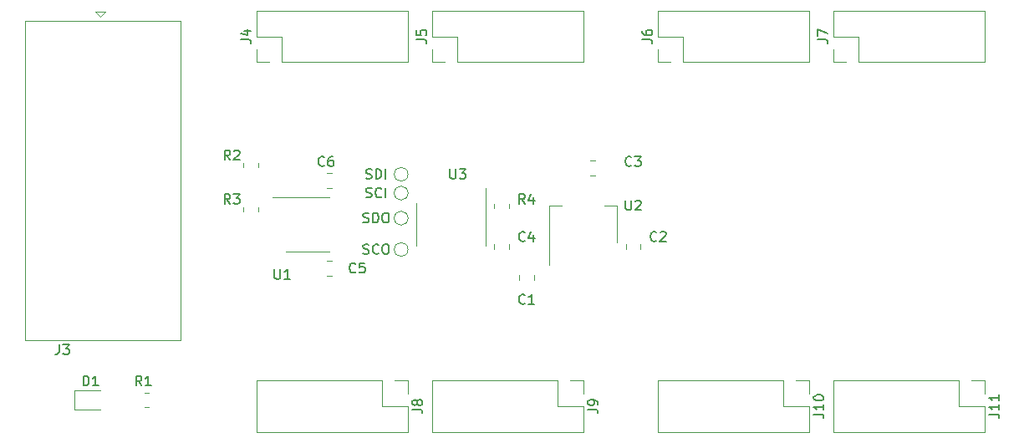
<source format=gbr>
%TF.GenerationSoftware,KiCad,Pcbnew,7.0.5*%
%TF.CreationDate,2024-02-06T06:58:08+01:00*%
%TF.ProjectId,test,74657374-2e6b-4696-9361-645f70636258,rev?*%
%TF.SameCoordinates,Original*%
%TF.FileFunction,Legend,Top*%
%TF.FilePolarity,Positive*%
%FSLAX46Y46*%
G04 Gerber Fmt 4.6, Leading zero omitted, Abs format (unit mm)*
G04 Created by KiCad (PCBNEW 7.0.5) date 2024-02-06 06:58:08*
%MOMM*%
%LPD*%
G01*
G04 APERTURE LIST*
%ADD10C,0.150000*%
%ADD11C,0.120000*%
G04 APERTURE END LIST*
D10*
%TO.C,C1*%
X143978333Y-99419580D02*
X143930714Y-99467200D01*
X143930714Y-99467200D02*
X143787857Y-99514819D01*
X143787857Y-99514819D02*
X143692619Y-99514819D01*
X143692619Y-99514819D02*
X143549762Y-99467200D01*
X143549762Y-99467200D02*
X143454524Y-99371961D01*
X143454524Y-99371961D02*
X143406905Y-99276723D01*
X143406905Y-99276723D02*
X143359286Y-99086247D01*
X143359286Y-99086247D02*
X143359286Y-98943390D01*
X143359286Y-98943390D02*
X143406905Y-98752914D01*
X143406905Y-98752914D02*
X143454524Y-98657676D01*
X143454524Y-98657676D02*
X143549762Y-98562438D01*
X143549762Y-98562438D02*
X143692619Y-98514819D01*
X143692619Y-98514819D02*
X143787857Y-98514819D01*
X143787857Y-98514819D02*
X143930714Y-98562438D01*
X143930714Y-98562438D02*
X143978333Y-98610057D01*
X144930714Y-99514819D02*
X144359286Y-99514819D01*
X144645000Y-99514819D02*
X144645000Y-98514819D01*
X144645000Y-98514819D02*
X144549762Y-98657676D01*
X144549762Y-98657676D02*
X144454524Y-98752914D01*
X144454524Y-98752914D02*
X144359286Y-98800533D01*
%TO.C,C6*%
X123658333Y-85449580D02*
X123610714Y-85497200D01*
X123610714Y-85497200D02*
X123467857Y-85544819D01*
X123467857Y-85544819D02*
X123372619Y-85544819D01*
X123372619Y-85544819D02*
X123229762Y-85497200D01*
X123229762Y-85497200D02*
X123134524Y-85401961D01*
X123134524Y-85401961D02*
X123086905Y-85306723D01*
X123086905Y-85306723D02*
X123039286Y-85116247D01*
X123039286Y-85116247D02*
X123039286Y-84973390D01*
X123039286Y-84973390D02*
X123086905Y-84782914D01*
X123086905Y-84782914D02*
X123134524Y-84687676D01*
X123134524Y-84687676D02*
X123229762Y-84592438D01*
X123229762Y-84592438D02*
X123372619Y-84544819D01*
X123372619Y-84544819D02*
X123467857Y-84544819D01*
X123467857Y-84544819D02*
X123610714Y-84592438D01*
X123610714Y-84592438D02*
X123658333Y-84640057D01*
X124515476Y-84544819D02*
X124325000Y-84544819D01*
X124325000Y-84544819D02*
X124229762Y-84592438D01*
X124229762Y-84592438D02*
X124182143Y-84640057D01*
X124182143Y-84640057D02*
X124086905Y-84782914D01*
X124086905Y-84782914D02*
X124039286Y-84973390D01*
X124039286Y-84973390D02*
X124039286Y-85354342D01*
X124039286Y-85354342D02*
X124086905Y-85449580D01*
X124086905Y-85449580D02*
X124134524Y-85497200D01*
X124134524Y-85497200D02*
X124229762Y-85544819D01*
X124229762Y-85544819D02*
X124420238Y-85544819D01*
X124420238Y-85544819D02*
X124515476Y-85497200D01*
X124515476Y-85497200D02*
X124563095Y-85449580D01*
X124563095Y-85449580D02*
X124610714Y-85354342D01*
X124610714Y-85354342D02*
X124610714Y-85116247D01*
X124610714Y-85116247D02*
X124563095Y-85021009D01*
X124563095Y-85021009D02*
X124515476Y-84973390D01*
X124515476Y-84973390D02*
X124420238Y-84925771D01*
X124420238Y-84925771D02*
X124229762Y-84925771D01*
X124229762Y-84925771D02*
X124134524Y-84973390D01*
X124134524Y-84973390D02*
X124086905Y-85021009D01*
X124086905Y-85021009D02*
X124039286Y-85116247D01*
%TO.C,J11*%
X191014819Y-110659523D02*
X191729104Y-110659523D01*
X191729104Y-110659523D02*
X191871961Y-110707142D01*
X191871961Y-110707142D02*
X191967200Y-110802380D01*
X191967200Y-110802380D02*
X192014819Y-110945237D01*
X192014819Y-110945237D02*
X192014819Y-111040475D01*
X192014819Y-109659523D02*
X192014819Y-110230951D01*
X192014819Y-109945237D02*
X191014819Y-109945237D01*
X191014819Y-109945237D02*
X191157676Y-110040475D01*
X191157676Y-110040475D02*
X191252914Y-110135713D01*
X191252914Y-110135713D02*
X191300533Y-110230951D01*
X192014819Y-108707142D02*
X192014819Y-109278570D01*
X192014819Y-108992856D02*
X191014819Y-108992856D01*
X191014819Y-108992856D02*
X191157676Y-109088094D01*
X191157676Y-109088094D02*
X191252914Y-109183332D01*
X191252914Y-109183332D02*
X191300533Y-109278570D01*
%TO.C,SCI*%
X127881191Y-88672200D02*
X128024048Y-88719819D01*
X128024048Y-88719819D02*
X128262143Y-88719819D01*
X128262143Y-88719819D02*
X128357381Y-88672200D01*
X128357381Y-88672200D02*
X128405000Y-88624580D01*
X128405000Y-88624580D02*
X128452619Y-88529342D01*
X128452619Y-88529342D02*
X128452619Y-88434104D01*
X128452619Y-88434104D02*
X128405000Y-88338866D01*
X128405000Y-88338866D02*
X128357381Y-88291247D01*
X128357381Y-88291247D02*
X128262143Y-88243628D01*
X128262143Y-88243628D02*
X128071667Y-88196009D01*
X128071667Y-88196009D02*
X127976429Y-88148390D01*
X127976429Y-88148390D02*
X127928810Y-88100771D01*
X127928810Y-88100771D02*
X127881191Y-88005533D01*
X127881191Y-88005533D02*
X127881191Y-87910295D01*
X127881191Y-87910295D02*
X127928810Y-87815057D01*
X127928810Y-87815057D02*
X127976429Y-87767438D01*
X127976429Y-87767438D02*
X128071667Y-87719819D01*
X128071667Y-87719819D02*
X128309762Y-87719819D01*
X128309762Y-87719819D02*
X128452619Y-87767438D01*
X129452619Y-88624580D02*
X129405000Y-88672200D01*
X129405000Y-88672200D02*
X129262143Y-88719819D01*
X129262143Y-88719819D02*
X129166905Y-88719819D01*
X129166905Y-88719819D02*
X129024048Y-88672200D01*
X129024048Y-88672200D02*
X128928810Y-88576961D01*
X128928810Y-88576961D02*
X128881191Y-88481723D01*
X128881191Y-88481723D02*
X128833572Y-88291247D01*
X128833572Y-88291247D02*
X128833572Y-88148390D01*
X128833572Y-88148390D02*
X128881191Y-87957914D01*
X128881191Y-87957914D02*
X128928810Y-87862676D01*
X128928810Y-87862676D02*
X129024048Y-87767438D01*
X129024048Y-87767438D02*
X129166905Y-87719819D01*
X129166905Y-87719819D02*
X129262143Y-87719819D01*
X129262143Y-87719819D02*
X129405000Y-87767438D01*
X129405000Y-87767438D02*
X129452619Y-87815057D01*
X129881191Y-88719819D02*
X129881191Y-87719819D01*
%TO.C,D1*%
X99259405Y-107769819D02*
X99259405Y-106769819D01*
X99259405Y-106769819D02*
X99497500Y-106769819D01*
X99497500Y-106769819D02*
X99640357Y-106817438D01*
X99640357Y-106817438D02*
X99735595Y-106912676D01*
X99735595Y-106912676D02*
X99783214Y-107007914D01*
X99783214Y-107007914D02*
X99830833Y-107198390D01*
X99830833Y-107198390D02*
X99830833Y-107341247D01*
X99830833Y-107341247D02*
X99783214Y-107531723D01*
X99783214Y-107531723D02*
X99735595Y-107626961D01*
X99735595Y-107626961D02*
X99640357Y-107722200D01*
X99640357Y-107722200D02*
X99497500Y-107769819D01*
X99497500Y-107769819D02*
X99259405Y-107769819D01*
X100783214Y-107769819D02*
X100211786Y-107769819D01*
X100497500Y-107769819D02*
X100497500Y-106769819D01*
X100497500Y-106769819D02*
X100402262Y-106912676D01*
X100402262Y-106912676D02*
X100307024Y-107007914D01*
X100307024Y-107007914D02*
X100211786Y-107055533D01*
%TO.C,J5*%
X133014819Y-72728333D02*
X133729104Y-72728333D01*
X133729104Y-72728333D02*
X133871961Y-72775952D01*
X133871961Y-72775952D02*
X133967200Y-72871190D01*
X133967200Y-72871190D02*
X134014819Y-73014047D01*
X134014819Y-73014047D02*
X134014819Y-73109285D01*
X133014819Y-71775952D02*
X133014819Y-72252142D01*
X133014819Y-72252142D02*
X133491009Y-72299761D01*
X133491009Y-72299761D02*
X133443390Y-72252142D01*
X133443390Y-72252142D02*
X133395771Y-72156904D01*
X133395771Y-72156904D02*
X133395771Y-71918809D01*
X133395771Y-71918809D02*
X133443390Y-71823571D01*
X133443390Y-71823571D02*
X133491009Y-71775952D01*
X133491009Y-71775952D02*
X133586247Y-71728333D01*
X133586247Y-71728333D02*
X133824342Y-71728333D01*
X133824342Y-71728333D02*
X133919580Y-71775952D01*
X133919580Y-71775952D02*
X133967200Y-71823571D01*
X133967200Y-71823571D02*
X134014819Y-71918809D01*
X134014819Y-71918809D02*
X134014819Y-72156904D01*
X134014819Y-72156904D02*
X133967200Y-72252142D01*
X133967200Y-72252142D02*
X133919580Y-72299761D01*
%TO.C,J7*%
X173654819Y-72728333D02*
X174369104Y-72728333D01*
X174369104Y-72728333D02*
X174511961Y-72775952D01*
X174511961Y-72775952D02*
X174607200Y-72871190D01*
X174607200Y-72871190D02*
X174654819Y-73014047D01*
X174654819Y-73014047D02*
X174654819Y-73109285D01*
X173654819Y-72347380D02*
X173654819Y-71680714D01*
X173654819Y-71680714D02*
X174654819Y-72109285D01*
%TO.C,J3*%
X96821666Y-103594819D02*
X96821666Y-104309104D01*
X96821666Y-104309104D02*
X96774047Y-104451961D01*
X96774047Y-104451961D02*
X96678809Y-104547200D01*
X96678809Y-104547200D02*
X96535952Y-104594819D01*
X96535952Y-104594819D02*
X96440714Y-104594819D01*
X97202619Y-103594819D02*
X97821666Y-103594819D01*
X97821666Y-103594819D02*
X97488333Y-103975771D01*
X97488333Y-103975771D02*
X97631190Y-103975771D01*
X97631190Y-103975771D02*
X97726428Y-104023390D01*
X97726428Y-104023390D02*
X97774047Y-104071009D01*
X97774047Y-104071009D02*
X97821666Y-104166247D01*
X97821666Y-104166247D02*
X97821666Y-104404342D01*
X97821666Y-104404342D02*
X97774047Y-104499580D01*
X97774047Y-104499580D02*
X97726428Y-104547200D01*
X97726428Y-104547200D02*
X97631190Y-104594819D01*
X97631190Y-104594819D02*
X97345476Y-104594819D01*
X97345476Y-104594819D02*
X97250238Y-104547200D01*
X97250238Y-104547200D02*
X97202619Y-104499580D01*
%TO.C,R2*%
X114133333Y-84909819D02*
X113800000Y-84433628D01*
X113561905Y-84909819D02*
X113561905Y-83909819D01*
X113561905Y-83909819D02*
X113942857Y-83909819D01*
X113942857Y-83909819D02*
X114038095Y-83957438D01*
X114038095Y-83957438D02*
X114085714Y-84005057D01*
X114085714Y-84005057D02*
X114133333Y-84100295D01*
X114133333Y-84100295D02*
X114133333Y-84243152D01*
X114133333Y-84243152D02*
X114085714Y-84338390D01*
X114085714Y-84338390D02*
X114038095Y-84386009D01*
X114038095Y-84386009D02*
X113942857Y-84433628D01*
X113942857Y-84433628D02*
X113561905Y-84433628D01*
X114514286Y-84005057D02*
X114561905Y-83957438D01*
X114561905Y-83957438D02*
X114657143Y-83909819D01*
X114657143Y-83909819D02*
X114895238Y-83909819D01*
X114895238Y-83909819D02*
X114990476Y-83957438D01*
X114990476Y-83957438D02*
X115038095Y-84005057D01*
X115038095Y-84005057D02*
X115085714Y-84100295D01*
X115085714Y-84100295D02*
X115085714Y-84195533D01*
X115085714Y-84195533D02*
X115038095Y-84338390D01*
X115038095Y-84338390D02*
X114466667Y-84909819D01*
X114466667Y-84909819D02*
X115085714Y-84909819D01*
%TO.C,J6*%
X155874819Y-72728333D02*
X156589104Y-72728333D01*
X156589104Y-72728333D02*
X156731961Y-72775952D01*
X156731961Y-72775952D02*
X156827200Y-72871190D01*
X156827200Y-72871190D02*
X156874819Y-73014047D01*
X156874819Y-73014047D02*
X156874819Y-73109285D01*
X155874819Y-71823571D02*
X155874819Y-72014047D01*
X155874819Y-72014047D02*
X155922438Y-72109285D01*
X155922438Y-72109285D02*
X155970057Y-72156904D01*
X155970057Y-72156904D02*
X156112914Y-72252142D01*
X156112914Y-72252142D02*
X156303390Y-72299761D01*
X156303390Y-72299761D02*
X156684342Y-72299761D01*
X156684342Y-72299761D02*
X156779580Y-72252142D01*
X156779580Y-72252142D02*
X156827200Y-72204523D01*
X156827200Y-72204523D02*
X156874819Y-72109285D01*
X156874819Y-72109285D02*
X156874819Y-71918809D01*
X156874819Y-71918809D02*
X156827200Y-71823571D01*
X156827200Y-71823571D02*
X156779580Y-71775952D01*
X156779580Y-71775952D02*
X156684342Y-71728333D01*
X156684342Y-71728333D02*
X156446247Y-71728333D01*
X156446247Y-71728333D02*
X156351009Y-71775952D01*
X156351009Y-71775952D02*
X156303390Y-71823571D01*
X156303390Y-71823571D02*
X156255771Y-71918809D01*
X156255771Y-71918809D02*
X156255771Y-72109285D01*
X156255771Y-72109285D02*
X156303390Y-72204523D01*
X156303390Y-72204523D02*
X156351009Y-72252142D01*
X156351009Y-72252142D02*
X156446247Y-72299761D01*
%TO.C,J4*%
X115234819Y-72728333D02*
X115949104Y-72728333D01*
X115949104Y-72728333D02*
X116091961Y-72775952D01*
X116091961Y-72775952D02*
X116187200Y-72871190D01*
X116187200Y-72871190D02*
X116234819Y-73014047D01*
X116234819Y-73014047D02*
X116234819Y-73109285D01*
X115568152Y-71823571D02*
X116234819Y-71823571D01*
X115187200Y-72061666D02*
X115901485Y-72299761D01*
X115901485Y-72299761D02*
X115901485Y-71680714D01*
%TO.C,C2*%
X157313333Y-93069580D02*
X157265714Y-93117200D01*
X157265714Y-93117200D02*
X157122857Y-93164819D01*
X157122857Y-93164819D02*
X157027619Y-93164819D01*
X157027619Y-93164819D02*
X156884762Y-93117200D01*
X156884762Y-93117200D02*
X156789524Y-93021961D01*
X156789524Y-93021961D02*
X156741905Y-92926723D01*
X156741905Y-92926723D02*
X156694286Y-92736247D01*
X156694286Y-92736247D02*
X156694286Y-92593390D01*
X156694286Y-92593390D02*
X156741905Y-92402914D01*
X156741905Y-92402914D02*
X156789524Y-92307676D01*
X156789524Y-92307676D02*
X156884762Y-92212438D01*
X156884762Y-92212438D02*
X157027619Y-92164819D01*
X157027619Y-92164819D02*
X157122857Y-92164819D01*
X157122857Y-92164819D02*
X157265714Y-92212438D01*
X157265714Y-92212438D02*
X157313333Y-92260057D01*
X157694286Y-92260057D02*
X157741905Y-92212438D01*
X157741905Y-92212438D02*
X157837143Y-92164819D01*
X157837143Y-92164819D02*
X158075238Y-92164819D01*
X158075238Y-92164819D02*
X158170476Y-92212438D01*
X158170476Y-92212438D02*
X158218095Y-92260057D01*
X158218095Y-92260057D02*
X158265714Y-92355295D01*
X158265714Y-92355295D02*
X158265714Y-92450533D01*
X158265714Y-92450533D02*
X158218095Y-92593390D01*
X158218095Y-92593390D02*
X157646667Y-93164819D01*
X157646667Y-93164819D02*
X158265714Y-93164819D01*
%TO.C,R3*%
X114133333Y-89354819D02*
X113800000Y-88878628D01*
X113561905Y-89354819D02*
X113561905Y-88354819D01*
X113561905Y-88354819D02*
X113942857Y-88354819D01*
X113942857Y-88354819D02*
X114038095Y-88402438D01*
X114038095Y-88402438D02*
X114085714Y-88450057D01*
X114085714Y-88450057D02*
X114133333Y-88545295D01*
X114133333Y-88545295D02*
X114133333Y-88688152D01*
X114133333Y-88688152D02*
X114085714Y-88783390D01*
X114085714Y-88783390D02*
X114038095Y-88831009D01*
X114038095Y-88831009D02*
X113942857Y-88878628D01*
X113942857Y-88878628D02*
X113561905Y-88878628D01*
X114466667Y-88354819D02*
X115085714Y-88354819D01*
X115085714Y-88354819D02*
X114752381Y-88735771D01*
X114752381Y-88735771D02*
X114895238Y-88735771D01*
X114895238Y-88735771D02*
X114990476Y-88783390D01*
X114990476Y-88783390D02*
X115038095Y-88831009D01*
X115038095Y-88831009D02*
X115085714Y-88926247D01*
X115085714Y-88926247D02*
X115085714Y-89164342D01*
X115085714Y-89164342D02*
X115038095Y-89259580D01*
X115038095Y-89259580D02*
X114990476Y-89307200D01*
X114990476Y-89307200D02*
X114895238Y-89354819D01*
X114895238Y-89354819D02*
X114609524Y-89354819D01*
X114609524Y-89354819D02*
X114514286Y-89307200D01*
X114514286Y-89307200D02*
X114466667Y-89259580D01*
%TO.C,J8*%
X132594819Y-110183333D02*
X133309104Y-110183333D01*
X133309104Y-110183333D02*
X133451961Y-110230952D01*
X133451961Y-110230952D02*
X133547200Y-110326190D01*
X133547200Y-110326190D02*
X133594819Y-110469047D01*
X133594819Y-110469047D02*
X133594819Y-110564285D01*
X133023390Y-109564285D02*
X132975771Y-109659523D01*
X132975771Y-109659523D02*
X132928152Y-109707142D01*
X132928152Y-109707142D02*
X132832914Y-109754761D01*
X132832914Y-109754761D02*
X132785295Y-109754761D01*
X132785295Y-109754761D02*
X132690057Y-109707142D01*
X132690057Y-109707142D02*
X132642438Y-109659523D01*
X132642438Y-109659523D02*
X132594819Y-109564285D01*
X132594819Y-109564285D02*
X132594819Y-109373809D01*
X132594819Y-109373809D02*
X132642438Y-109278571D01*
X132642438Y-109278571D02*
X132690057Y-109230952D01*
X132690057Y-109230952D02*
X132785295Y-109183333D01*
X132785295Y-109183333D02*
X132832914Y-109183333D01*
X132832914Y-109183333D02*
X132928152Y-109230952D01*
X132928152Y-109230952D02*
X132975771Y-109278571D01*
X132975771Y-109278571D02*
X133023390Y-109373809D01*
X133023390Y-109373809D02*
X133023390Y-109564285D01*
X133023390Y-109564285D02*
X133071009Y-109659523D01*
X133071009Y-109659523D02*
X133118628Y-109707142D01*
X133118628Y-109707142D02*
X133213866Y-109754761D01*
X133213866Y-109754761D02*
X133404342Y-109754761D01*
X133404342Y-109754761D02*
X133499580Y-109707142D01*
X133499580Y-109707142D02*
X133547200Y-109659523D01*
X133547200Y-109659523D02*
X133594819Y-109564285D01*
X133594819Y-109564285D02*
X133594819Y-109373809D01*
X133594819Y-109373809D02*
X133547200Y-109278571D01*
X133547200Y-109278571D02*
X133499580Y-109230952D01*
X133499580Y-109230952D02*
X133404342Y-109183333D01*
X133404342Y-109183333D02*
X133213866Y-109183333D01*
X133213866Y-109183333D02*
X133118628Y-109230952D01*
X133118628Y-109230952D02*
X133071009Y-109278571D01*
X133071009Y-109278571D02*
X133023390Y-109373809D01*
%TO.C,J10*%
X173234819Y-110659523D02*
X173949104Y-110659523D01*
X173949104Y-110659523D02*
X174091961Y-110707142D01*
X174091961Y-110707142D02*
X174187200Y-110802380D01*
X174187200Y-110802380D02*
X174234819Y-110945237D01*
X174234819Y-110945237D02*
X174234819Y-111040475D01*
X174234819Y-109659523D02*
X174234819Y-110230951D01*
X174234819Y-109945237D02*
X173234819Y-109945237D01*
X173234819Y-109945237D02*
X173377676Y-110040475D01*
X173377676Y-110040475D02*
X173472914Y-110135713D01*
X173472914Y-110135713D02*
X173520533Y-110230951D01*
X173234819Y-109040475D02*
X173234819Y-108945237D01*
X173234819Y-108945237D02*
X173282438Y-108849999D01*
X173282438Y-108849999D02*
X173330057Y-108802380D01*
X173330057Y-108802380D02*
X173425295Y-108754761D01*
X173425295Y-108754761D02*
X173615771Y-108707142D01*
X173615771Y-108707142D02*
X173853866Y-108707142D01*
X173853866Y-108707142D02*
X174044342Y-108754761D01*
X174044342Y-108754761D02*
X174139580Y-108802380D01*
X174139580Y-108802380D02*
X174187200Y-108849999D01*
X174187200Y-108849999D02*
X174234819Y-108945237D01*
X174234819Y-108945237D02*
X174234819Y-109040475D01*
X174234819Y-109040475D02*
X174187200Y-109135713D01*
X174187200Y-109135713D02*
X174139580Y-109183332D01*
X174139580Y-109183332D02*
X174044342Y-109230951D01*
X174044342Y-109230951D02*
X173853866Y-109278570D01*
X173853866Y-109278570D02*
X173615771Y-109278570D01*
X173615771Y-109278570D02*
X173425295Y-109230951D01*
X173425295Y-109230951D02*
X173330057Y-109183332D01*
X173330057Y-109183332D02*
X173282438Y-109135713D01*
X173282438Y-109135713D02*
X173234819Y-109040475D01*
%TO.C,C3*%
X154773333Y-85449580D02*
X154725714Y-85497200D01*
X154725714Y-85497200D02*
X154582857Y-85544819D01*
X154582857Y-85544819D02*
X154487619Y-85544819D01*
X154487619Y-85544819D02*
X154344762Y-85497200D01*
X154344762Y-85497200D02*
X154249524Y-85401961D01*
X154249524Y-85401961D02*
X154201905Y-85306723D01*
X154201905Y-85306723D02*
X154154286Y-85116247D01*
X154154286Y-85116247D02*
X154154286Y-84973390D01*
X154154286Y-84973390D02*
X154201905Y-84782914D01*
X154201905Y-84782914D02*
X154249524Y-84687676D01*
X154249524Y-84687676D02*
X154344762Y-84592438D01*
X154344762Y-84592438D02*
X154487619Y-84544819D01*
X154487619Y-84544819D02*
X154582857Y-84544819D01*
X154582857Y-84544819D02*
X154725714Y-84592438D01*
X154725714Y-84592438D02*
X154773333Y-84640057D01*
X155106667Y-84544819D02*
X155725714Y-84544819D01*
X155725714Y-84544819D02*
X155392381Y-84925771D01*
X155392381Y-84925771D02*
X155535238Y-84925771D01*
X155535238Y-84925771D02*
X155630476Y-84973390D01*
X155630476Y-84973390D02*
X155678095Y-85021009D01*
X155678095Y-85021009D02*
X155725714Y-85116247D01*
X155725714Y-85116247D02*
X155725714Y-85354342D01*
X155725714Y-85354342D02*
X155678095Y-85449580D01*
X155678095Y-85449580D02*
X155630476Y-85497200D01*
X155630476Y-85497200D02*
X155535238Y-85544819D01*
X155535238Y-85544819D02*
X155249524Y-85544819D01*
X155249524Y-85544819D02*
X155154286Y-85497200D01*
X155154286Y-85497200D02*
X155106667Y-85449580D01*
%TO.C,R4*%
X143978333Y-89354819D02*
X143645000Y-88878628D01*
X143406905Y-89354819D02*
X143406905Y-88354819D01*
X143406905Y-88354819D02*
X143787857Y-88354819D01*
X143787857Y-88354819D02*
X143883095Y-88402438D01*
X143883095Y-88402438D02*
X143930714Y-88450057D01*
X143930714Y-88450057D02*
X143978333Y-88545295D01*
X143978333Y-88545295D02*
X143978333Y-88688152D01*
X143978333Y-88688152D02*
X143930714Y-88783390D01*
X143930714Y-88783390D02*
X143883095Y-88831009D01*
X143883095Y-88831009D02*
X143787857Y-88878628D01*
X143787857Y-88878628D02*
X143406905Y-88878628D01*
X144835476Y-88688152D02*
X144835476Y-89354819D01*
X144597381Y-88307200D02*
X144359286Y-89021485D01*
X144359286Y-89021485D02*
X144978333Y-89021485D01*
%TO.C,SDI*%
X127881191Y-86767200D02*
X128024048Y-86814819D01*
X128024048Y-86814819D02*
X128262143Y-86814819D01*
X128262143Y-86814819D02*
X128357381Y-86767200D01*
X128357381Y-86767200D02*
X128405000Y-86719580D01*
X128405000Y-86719580D02*
X128452619Y-86624342D01*
X128452619Y-86624342D02*
X128452619Y-86529104D01*
X128452619Y-86529104D02*
X128405000Y-86433866D01*
X128405000Y-86433866D02*
X128357381Y-86386247D01*
X128357381Y-86386247D02*
X128262143Y-86338628D01*
X128262143Y-86338628D02*
X128071667Y-86291009D01*
X128071667Y-86291009D02*
X127976429Y-86243390D01*
X127976429Y-86243390D02*
X127928810Y-86195771D01*
X127928810Y-86195771D02*
X127881191Y-86100533D01*
X127881191Y-86100533D02*
X127881191Y-86005295D01*
X127881191Y-86005295D02*
X127928810Y-85910057D01*
X127928810Y-85910057D02*
X127976429Y-85862438D01*
X127976429Y-85862438D02*
X128071667Y-85814819D01*
X128071667Y-85814819D02*
X128309762Y-85814819D01*
X128309762Y-85814819D02*
X128452619Y-85862438D01*
X128881191Y-86814819D02*
X128881191Y-85814819D01*
X128881191Y-85814819D02*
X129119286Y-85814819D01*
X129119286Y-85814819D02*
X129262143Y-85862438D01*
X129262143Y-85862438D02*
X129357381Y-85957676D01*
X129357381Y-85957676D02*
X129405000Y-86052914D01*
X129405000Y-86052914D02*
X129452619Y-86243390D01*
X129452619Y-86243390D02*
X129452619Y-86386247D01*
X129452619Y-86386247D02*
X129405000Y-86576723D01*
X129405000Y-86576723D02*
X129357381Y-86671961D01*
X129357381Y-86671961D02*
X129262143Y-86767200D01*
X129262143Y-86767200D02*
X129119286Y-86814819D01*
X129119286Y-86814819D02*
X128881191Y-86814819D01*
X129881191Y-86814819D02*
X129881191Y-85814819D01*
%TO.C,U3*%
X136398095Y-85814819D02*
X136398095Y-86624342D01*
X136398095Y-86624342D02*
X136445714Y-86719580D01*
X136445714Y-86719580D02*
X136493333Y-86767200D01*
X136493333Y-86767200D02*
X136588571Y-86814819D01*
X136588571Y-86814819D02*
X136779047Y-86814819D01*
X136779047Y-86814819D02*
X136874285Y-86767200D01*
X136874285Y-86767200D02*
X136921904Y-86719580D01*
X136921904Y-86719580D02*
X136969523Y-86624342D01*
X136969523Y-86624342D02*
X136969523Y-85814819D01*
X137350476Y-85814819D02*
X137969523Y-85814819D01*
X137969523Y-85814819D02*
X137636190Y-86195771D01*
X137636190Y-86195771D02*
X137779047Y-86195771D01*
X137779047Y-86195771D02*
X137874285Y-86243390D01*
X137874285Y-86243390D02*
X137921904Y-86291009D01*
X137921904Y-86291009D02*
X137969523Y-86386247D01*
X137969523Y-86386247D02*
X137969523Y-86624342D01*
X137969523Y-86624342D02*
X137921904Y-86719580D01*
X137921904Y-86719580D02*
X137874285Y-86767200D01*
X137874285Y-86767200D02*
X137779047Y-86814819D01*
X137779047Y-86814819D02*
X137493333Y-86814819D01*
X137493333Y-86814819D02*
X137398095Y-86767200D01*
X137398095Y-86767200D02*
X137350476Y-86719580D01*
%TO.C,C4*%
X143978333Y-93069580D02*
X143930714Y-93117200D01*
X143930714Y-93117200D02*
X143787857Y-93164819D01*
X143787857Y-93164819D02*
X143692619Y-93164819D01*
X143692619Y-93164819D02*
X143549762Y-93117200D01*
X143549762Y-93117200D02*
X143454524Y-93021961D01*
X143454524Y-93021961D02*
X143406905Y-92926723D01*
X143406905Y-92926723D02*
X143359286Y-92736247D01*
X143359286Y-92736247D02*
X143359286Y-92593390D01*
X143359286Y-92593390D02*
X143406905Y-92402914D01*
X143406905Y-92402914D02*
X143454524Y-92307676D01*
X143454524Y-92307676D02*
X143549762Y-92212438D01*
X143549762Y-92212438D02*
X143692619Y-92164819D01*
X143692619Y-92164819D02*
X143787857Y-92164819D01*
X143787857Y-92164819D02*
X143930714Y-92212438D01*
X143930714Y-92212438D02*
X143978333Y-92260057D01*
X144835476Y-92498152D02*
X144835476Y-93164819D01*
X144597381Y-92117200D02*
X144359286Y-92831485D01*
X144359286Y-92831485D02*
X144978333Y-92831485D01*
%TO.C,SCO*%
X127595476Y-94387200D02*
X127738333Y-94434819D01*
X127738333Y-94434819D02*
X127976428Y-94434819D01*
X127976428Y-94434819D02*
X128071666Y-94387200D01*
X128071666Y-94387200D02*
X128119285Y-94339580D01*
X128119285Y-94339580D02*
X128166904Y-94244342D01*
X128166904Y-94244342D02*
X128166904Y-94149104D01*
X128166904Y-94149104D02*
X128119285Y-94053866D01*
X128119285Y-94053866D02*
X128071666Y-94006247D01*
X128071666Y-94006247D02*
X127976428Y-93958628D01*
X127976428Y-93958628D02*
X127785952Y-93911009D01*
X127785952Y-93911009D02*
X127690714Y-93863390D01*
X127690714Y-93863390D02*
X127643095Y-93815771D01*
X127643095Y-93815771D02*
X127595476Y-93720533D01*
X127595476Y-93720533D02*
X127595476Y-93625295D01*
X127595476Y-93625295D02*
X127643095Y-93530057D01*
X127643095Y-93530057D02*
X127690714Y-93482438D01*
X127690714Y-93482438D02*
X127785952Y-93434819D01*
X127785952Y-93434819D02*
X128024047Y-93434819D01*
X128024047Y-93434819D02*
X128166904Y-93482438D01*
X129166904Y-94339580D02*
X129119285Y-94387200D01*
X129119285Y-94387200D02*
X128976428Y-94434819D01*
X128976428Y-94434819D02*
X128881190Y-94434819D01*
X128881190Y-94434819D02*
X128738333Y-94387200D01*
X128738333Y-94387200D02*
X128643095Y-94291961D01*
X128643095Y-94291961D02*
X128595476Y-94196723D01*
X128595476Y-94196723D02*
X128547857Y-94006247D01*
X128547857Y-94006247D02*
X128547857Y-93863390D01*
X128547857Y-93863390D02*
X128595476Y-93672914D01*
X128595476Y-93672914D02*
X128643095Y-93577676D01*
X128643095Y-93577676D02*
X128738333Y-93482438D01*
X128738333Y-93482438D02*
X128881190Y-93434819D01*
X128881190Y-93434819D02*
X128976428Y-93434819D01*
X128976428Y-93434819D02*
X129119285Y-93482438D01*
X129119285Y-93482438D02*
X129166904Y-93530057D01*
X129785952Y-93434819D02*
X129976428Y-93434819D01*
X129976428Y-93434819D02*
X130071666Y-93482438D01*
X130071666Y-93482438D02*
X130166904Y-93577676D01*
X130166904Y-93577676D02*
X130214523Y-93768152D01*
X130214523Y-93768152D02*
X130214523Y-94101485D01*
X130214523Y-94101485D02*
X130166904Y-94291961D01*
X130166904Y-94291961D02*
X130071666Y-94387200D01*
X130071666Y-94387200D02*
X129976428Y-94434819D01*
X129976428Y-94434819D02*
X129785952Y-94434819D01*
X129785952Y-94434819D02*
X129690714Y-94387200D01*
X129690714Y-94387200D02*
X129595476Y-94291961D01*
X129595476Y-94291961D02*
X129547857Y-94101485D01*
X129547857Y-94101485D02*
X129547857Y-93768152D01*
X129547857Y-93768152D02*
X129595476Y-93577676D01*
X129595476Y-93577676D02*
X129690714Y-93482438D01*
X129690714Y-93482438D02*
X129785952Y-93434819D01*
%TO.C,SDO*%
X127595476Y-91212200D02*
X127738333Y-91259819D01*
X127738333Y-91259819D02*
X127976428Y-91259819D01*
X127976428Y-91259819D02*
X128071666Y-91212200D01*
X128071666Y-91212200D02*
X128119285Y-91164580D01*
X128119285Y-91164580D02*
X128166904Y-91069342D01*
X128166904Y-91069342D02*
X128166904Y-90974104D01*
X128166904Y-90974104D02*
X128119285Y-90878866D01*
X128119285Y-90878866D02*
X128071666Y-90831247D01*
X128071666Y-90831247D02*
X127976428Y-90783628D01*
X127976428Y-90783628D02*
X127785952Y-90736009D01*
X127785952Y-90736009D02*
X127690714Y-90688390D01*
X127690714Y-90688390D02*
X127643095Y-90640771D01*
X127643095Y-90640771D02*
X127595476Y-90545533D01*
X127595476Y-90545533D02*
X127595476Y-90450295D01*
X127595476Y-90450295D02*
X127643095Y-90355057D01*
X127643095Y-90355057D02*
X127690714Y-90307438D01*
X127690714Y-90307438D02*
X127785952Y-90259819D01*
X127785952Y-90259819D02*
X128024047Y-90259819D01*
X128024047Y-90259819D02*
X128166904Y-90307438D01*
X128595476Y-91259819D02*
X128595476Y-90259819D01*
X128595476Y-90259819D02*
X128833571Y-90259819D01*
X128833571Y-90259819D02*
X128976428Y-90307438D01*
X128976428Y-90307438D02*
X129071666Y-90402676D01*
X129071666Y-90402676D02*
X129119285Y-90497914D01*
X129119285Y-90497914D02*
X129166904Y-90688390D01*
X129166904Y-90688390D02*
X129166904Y-90831247D01*
X129166904Y-90831247D02*
X129119285Y-91021723D01*
X129119285Y-91021723D02*
X129071666Y-91116961D01*
X129071666Y-91116961D02*
X128976428Y-91212200D01*
X128976428Y-91212200D02*
X128833571Y-91259819D01*
X128833571Y-91259819D02*
X128595476Y-91259819D01*
X129785952Y-90259819D02*
X129976428Y-90259819D01*
X129976428Y-90259819D02*
X130071666Y-90307438D01*
X130071666Y-90307438D02*
X130166904Y-90402676D01*
X130166904Y-90402676D02*
X130214523Y-90593152D01*
X130214523Y-90593152D02*
X130214523Y-90926485D01*
X130214523Y-90926485D02*
X130166904Y-91116961D01*
X130166904Y-91116961D02*
X130071666Y-91212200D01*
X130071666Y-91212200D02*
X129976428Y-91259819D01*
X129976428Y-91259819D02*
X129785952Y-91259819D01*
X129785952Y-91259819D02*
X129690714Y-91212200D01*
X129690714Y-91212200D02*
X129595476Y-91116961D01*
X129595476Y-91116961D02*
X129547857Y-90926485D01*
X129547857Y-90926485D02*
X129547857Y-90593152D01*
X129547857Y-90593152D02*
X129595476Y-90402676D01*
X129595476Y-90402676D02*
X129690714Y-90307438D01*
X129690714Y-90307438D02*
X129785952Y-90259819D01*
%TO.C,C5*%
X126833333Y-96244580D02*
X126785714Y-96292200D01*
X126785714Y-96292200D02*
X126642857Y-96339819D01*
X126642857Y-96339819D02*
X126547619Y-96339819D01*
X126547619Y-96339819D02*
X126404762Y-96292200D01*
X126404762Y-96292200D02*
X126309524Y-96196961D01*
X126309524Y-96196961D02*
X126261905Y-96101723D01*
X126261905Y-96101723D02*
X126214286Y-95911247D01*
X126214286Y-95911247D02*
X126214286Y-95768390D01*
X126214286Y-95768390D02*
X126261905Y-95577914D01*
X126261905Y-95577914D02*
X126309524Y-95482676D01*
X126309524Y-95482676D02*
X126404762Y-95387438D01*
X126404762Y-95387438D02*
X126547619Y-95339819D01*
X126547619Y-95339819D02*
X126642857Y-95339819D01*
X126642857Y-95339819D02*
X126785714Y-95387438D01*
X126785714Y-95387438D02*
X126833333Y-95435057D01*
X127738095Y-95339819D02*
X127261905Y-95339819D01*
X127261905Y-95339819D02*
X127214286Y-95816009D01*
X127214286Y-95816009D02*
X127261905Y-95768390D01*
X127261905Y-95768390D02*
X127357143Y-95720771D01*
X127357143Y-95720771D02*
X127595238Y-95720771D01*
X127595238Y-95720771D02*
X127690476Y-95768390D01*
X127690476Y-95768390D02*
X127738095Y-95816009D01*
X127738095Y-95816009D02*
X127785714Y-95911247D01*
X127785714Y-95911247D02*
X127785714Y-96149342D01*
X127785714Y-96149342D02*
X127738095Y-96244580D01*
X127738095Y-96244580D02*
X127690476Y-96292200D01*
X127690476Y-96292200D02*
X127595238Y-96339819D01*
X127595238Y-96339819D02*
X127357143Y-96339819D01*
X127357143Y-96339819D02*
X127261905Y-96292200D01*
X127261905Y-96292200D02*
X127214286Y-96244580D01*
%TO.C,J9*%
X150374819Y-110183333D02*
X151089104Y-110183333D01*
X151089104Y-110183333D02*
X151231961Y-110230952D01*
X151231961Y-110230952D02*
X151327200Y-110326190D01*
X151327200Y-110326190D02*
X151374819Y-110469047D01*
X151374819Y-110469047D02*
X151374819Y-110564285D01*
X151374819Y-109659523D02*
X151374819Y-109469047D01*
X151374819Y-109469047D02*
X151327200Y-109373809D01*
X151327200Y-109373809D02*
X151279580Y-109326190D01*
X151279580Y-109326190D02*
X151136723Y-109230952D01*
X151136723Y-109230952D02*
X150946247Y-109183333D01*
X150946247Y-109183333D02*
X150565295Y-109183333D01*
X150565295Y-109183333D02*
X150470057Y-109230952D01*
X150470057Y-109230952D02*
X150422438Y-109278571D01*
X150422438Y-109278571D02*
X150374819Y-109373809D01*
X150374819Y-109373809D02*
X150374819Y-109564285D01*
X150374819Y-109564285D02*
X150422438Y-109659523D01*
X150422438Y-109659523D02*
X150470057Y-109707142D01*
X150470057Y-109707142D02*
X150565295Y-109754761D01*
X150565295Y-109754761D02*
X150803390Y-109754761D01*
X150803390Y-109754761D02*
X150898628Y-109707142D01*
X150898628Y-109707142D02*
X150946247Y-109659523D01*
X150946247Y-109659523D02*
X150993866Y-109564285D01*
X150993866Y-109564285D02*
X150993866Y-109373809D01*
X150993866Y-109373809D02*
X150946247Y-109278571D01*
X150946247Y-109278571D02*
X150898628Y-109230952D01*
X150898628Y-109230952D02*
X150803390Y-109183333D01*
%TO.C,U1*%
X118618095Y-95974819D02*
X118618095Y-96784342D01*
X118618095Y-96784342D02*
X118665714Y-96879580D01*
X118665714Y-96879580D02*
X118713333Y-96927200D01*
X118713333Y-96927200D02*
X118808571Y-96974819D01*
X118808571Y-96974819D02*
X118999047Y-96974819D01*
X118999047Y-96974819D02*
X119094285Y-96927200D01*
X119094285Y-96927200D02*
X119141904Y-96879580D01*
X119141904Y-96879580D02*
X119189523Y-96784342D01*
X119189523Y-96784342D02*
X119189523Y-95974819D01*
X120189523Y-96974819D02*
X119618095Y-96974819D01*
X119903809Y-96974819D02*
X119903809Y-95974819D01*
X119903809Y-95974819D02*
X119808571Y-96117676D01*
X119808571Y-96117676D02*
X119713333Y-96212914D01*
X119713333Y-96212914D02*
X119618095Y-96260533D01*
%TO.C,U2*%
X154178095Y-88989819D02*
X154178095Y-89799342D01*
X154178095Y-89799342D02*
X154225714Y-89894580D01*
X154225714Y-89894580D02*
X154273333Y-89942200D01*
X154273333Y-89942200D02*
X154368571Y-89989819D01*
X154368571Y-89989819D02*
X154559047Y-89989819D01*
X154559047Y-89989819D02*
X154654285Y-89942200D01*
X154654285Y-89942200D02*
X154701904Y-89894580D01*
X154701904Y-89894580D02*
X154749523Y-89799342D01*
X154749523Y-89799342D02*
X154749523Y-88989819D01*
X155178095Y-89085057D02*
X155225714Y-89037438D01*
X155225714Y-89037438D02*
X155320952Y-88989819D01*
X155320952Y-88989819D02*
X155559047Y-88989819D01*
X155559047Y-88989819D02*
X155654285Y-89037438D01*
X155654285Y-89037438D02*
X155701904Y-89085057D01*
X155701904Y-89085057D02*
X155749523Y-89180295D01*
X155749523Y-89180295D02*
X155749523Y-89275533D01*
X155749523Y-89275533D02*
X155701904Y-89418390D01*
X155701904Y-89418390D02*
X155130476Y-89989819D01*
X155130476Y-89989819D02*
X155749523Y-89989819D01*
%TO.C,R1*%
X105163333Y-107769819D02*
X104830000Y-107293628D01*
X104591905Y-107769819D02*
X104591905Y-106769819D01*
X104591905Y-106769819D02*
X104972857Y-106769819D01*
X104972857Y-106769819D02*
X105068095Y-106817438D01*
X105068095Y-106817438D02*
X105115714Y-106865057D01*
X105115714Y-106865057D02*
X105163333Y-106960295D01*
X105163333Y-106960295D02*
X105163333Y-107103152D01*
X105163333Y-107103152D02*
X105115714Y-107198390D01*
X105115714Y-107198390D02*
X105068095Y-107246009D01*
X105068095Y-107246009D02*
X104972857Y-107293628D01*
X104972857Y-107293628D02*
X104591905Y-107293628D01*
X106115714Y-107769819D02*
X105544286Y-107769819D01*
X105830000Y-107769819D02*
X105830000Y-106769819D01*
X105830000Y-106769819D02*
X105734762Y-106912676D01*
X105734762Y-106912676D02*
X105639524Y-107007914D01*
X105639524Y-107007914D02*
X105544286Y-107055533D01*
D11*
%TO.C,C1*%
X143410000Y-97101252D02*
X143410000Y-96578748D01*
X144880000Y-97101252D02*
X144880000Y-96578748D01*
%TO.C,C6*%
X124406252Y-87730000D02*
X123883748Y-87730000D01*
X124406252Y-86260000D02*
X123883748Y-86260000D01*
%TO.C,J11*%
X190560000Y-107250000D02*
X190560000Y-108580000D01*
X189230000Y-107250000D02*
X190560000Y-107250000D01*
X187960000Y-107250000D02*
X175200000Y-107250000D01*
X187960000Y-107250000D02*
X187960000Y-109850000D01*
X175200000Y-107250000D02*
X175200000Y-112450000D01*
X190560000Y-109850000D02*
X190560000Y-112450000D01*
X187960000Y-109850000D02*
X190560000Y-109850000D01*
X190560000Y-112450000D02*
X175200000Y-112450000D01*
%TO.C,SCI*%
X132145000Y-88265000D02*
G75*
G03*
X132145000Y-88265000I-700000J0D01*
G01*
%TO.C,D1*%
X98312500Y-108260000D02*
X98312500Y-110180000D01*
X98312500Y-110180000D02*
X100997500Y-110180000D01*
X100997500Y-108260000D02*
X98312500Y-108260000D01*
%TO.C,J5*%
X134560000Y-74995000D02*
X134560000Y-73665000D01*
X135890000Y-74995000D02*
X134560000Y-74995000D01*
X137160000Y-74995000D02*
X149920000Y-74995000D01*
X137160000Y-74995000D02*
X137160000Y-72395000D01*
X149920000Y-74995000D02*
X149920000Y-69795000D01*
X134560000Y-72395000D02*
X134560000Y-69795000D01*
X137160000Y-72395000D02*
X134560000Y-72395000D01*
X134560000Y-69795000D02*
X149920000Y-69795000D01*
%TO.C,J7*%
X175200000Y-74995000D02*
X175200000Y-73665000D01*
X176530000Y-74995000D02*
X175200000Y-74995000D01*
X177800000Y-74995000D02*
X190560000Y-74995000D01*
X177800000Y-74995000D02*
X177800000Y-72395000D01*
X190560000Y-74995000D02*
X190560000Y-69795000D01*
X175200000Y-72395000D02*
X175200000Y-69795000D01*
X177800000Y-72395000D02*
X175200000Y-72395000D01*
X175200000Y-69795000D02*
X190560000Y-69795000D01*
%TO.C,J3*%
X101473000Y-69854000D02*
X100457000Y-69854000D01*
X100457000Y-69854000D02*
X100965000Y-70362000D01*
X100965000Y-70362000D02*
X101473000Y-69854000D01*
X93345000Y-70865000D02*
X109095000Y-70865000D01*
X109095000Y-103125000D02*
X109095000Y-70865000D01*
X93345000Y-103125000D02*
X93345000Y-70865000D01*
X93345000Y-103125000D02*
X109095000Y-103125000D01*
%TO.C,R2*%
X116940000Y-85220436D02*
X116940000Y-85674564D01*
X115470000Y-85220436D02*
X115470000Y-85674564D01*
%TO.C,J6*%
X157420000Y-74995000D02*
X157420000Y-73665000D01*
X158750000Y-74995000D02*
X157420000Y-74995000D01*
X160020000Y-74995000D02*
X172780000Y-74995000D01*
X160020000Y-74995000D02*
X160020000Y-72395000D01*
X172780000Y-74995000D02*
X172780000Y-69795000D01*
X157420000Y-72395000D02*
X157420000Y-69795000D01*
X160020000Y-72395000D02*
X157420000Y-72395000D01*
X157420000Y-69795000D02*
X172780000Y-69795000D01*
%TO.C,J4*%
X116780000Y-74995000D02*
X116780000Y-73665000D01*
X118110000Y-74995000D02*
X116780000Y-74995000D01*
X119380000Y-74995000D02*
X132140000Y-74995000D01*
X119380000Y-74995000D02*
X119380000Y-72395000D01*
X132140000Y-74995000D02*
X132140000Y-69795000D01*
X116780000Y-72395000D02*
X116780000Y-69795000D01*
X119380000Y-72395000D02*
X116780000Y-72395000D01*
X116780000Y-69795000D02*
X132140000Y-69795000D01*
%TO.C,C2*%
X154205000Y-93926252D02*
X154205000Y-93403748D01*
X155675000Y-93926252D02*
X155675000Y-93403748D01*
%TO.C,R3*%
X115470000Y-90119564D02*
X115470000Y-89665436D01*
X116940000Y-90119564D02*
X116940000Y-89665436D01*
%TO.C,J8*%
X132140000Y-107250000D02*
X132140000Y-108580000D01*
X130810000Y-107250000D02*
X132140000Y-107250000D01*
X129540000Y-107250000D02*
X116780000Y-107250000D01*
X129540000Y-107250000D02*
X129540000Y-109850000D01*
X116780000Y-107250000D02*
X116780000Y-112450000D01*
X132140000Y-109850000D02*
X132140000Y-112450000D01*
X129540000Y-109850000D02*
X132140000Y-109850000D01*
X132140000Y-112450000D02*
X116780000Y-112450000D01*
%TO.C,J10*%
X172780000Y-107250000D02*
X172780000Y-108580000D01*
X171450000Y-107250000D02*
X172780000Y-107250000D01*
X170180000Y-107250000D02*
X157420000Y-107250000D01*
X170180000Y-107250000D02*
X170180000Y-109850000D01*
X157420000Y-107250000D02*
X157420000Y-112450000D01*
X172780000Y-109850000D02*
X172780000Y-112450000D01*
X170180000Y-109850000D02*
X172780000Y-109850000D01*
X172780000Y-112450000D02*
X157420000Y-112450000D01*
%TO.C,C3*%
X150553748Y-84990000D02*
X151076252Y-84990000D01*
X150553748Y-86460000D02*
X151076252Y-86460000D01*
%TO.C,R4*%
X142340000Y-89337936D02*
X142340000Y-89792064D01*
X140870000Y-89337936D02*
X140870000Y-89792064D01*
%TO.C,SDI*%
X132145000Y-86360000D02*
G75*
G03*
X132145000Y-86360000I-700000J0D01*
G01*
%TO.C,U3*%
X140035000Y-91440000D02*
X140035000Y-87790000D01*
X140035000Y-91440000D02*
X140035000Y-93640000D01*
X133015000Y-91440000D02*
X133015000Y-89240000D01*
X133015000Y-91440000D02*
X133015000Y-93640000D01*
%TO.C,C4*%
X140870000Y-93951252D02*
X140870000Y-93428748D01*
X142340000Y-93951252D02*
X142340000Y-93428748D01*
%TO.C,SCO*%
X132145000Y-93980000D02*
G75*
G03*
X132145000Y-93980000I-700000J0D01*
G01*
%TO.C,SDO*%
X132145000Y-90805000D02*
G75*
G03*
X132145000Y-90805000I-700000J0D01*
G01*
%TO.C,C5*%
X123883748Y-95150000D02*
X124406252Y-95150000D01*
X123883748Y-96620000D02*
X124406252Y-96620000D01*
%TO.C,J9*%
X149920000Y-107250000D02*
X149920000Y-108580000D01*
X148590000Y-107250000D02*
X149920000Y-107250000D01*
X147320000Y-107250000D02*
X134560000Y-107250000D01*
X147320000Y-107250000D02*
X147320000Y-109850000D01*
X134560000Y-107250000D02*
X134560000Y-112450000D01*
X149920000Y-109850000D02*
X149920000Y-112450000D01*
X147320000Y-109850000D02*
X149920000Y-109850000D01*
X149920000Y-112450000D02*
X134560000Y-112450000D01*
%TO.C,U1*%
X121995000Y-88705000D02*
X118395000Y-88705000D01*
X121995000Y-88705000D02*
X124195000Y-88705000D01*
X121995000Y-94175000D02*
X119795000Y-94175000D01*
X121995000Y-94175000D02*
X124195000Y-94175000D01*
%TO.C,U2*%
X146450000Y-95515000D02*
X146450000Y-89505000D01*
X153270000Y-93265000D02*
X153270000Y-89505000D01*
X146450000Y-89505000D02*
X147710000Y-89505000D01*
X153270000Y-89505000D02*
X152010000Y-89505000D01*
%TO.C,R1*%
X105914564Y-109955000D02*
X105460436Y-109955000D01*
X105914564Y-108485000D02*
X105460436Y-108485000D01*
%TD*%
M02*

</source>
